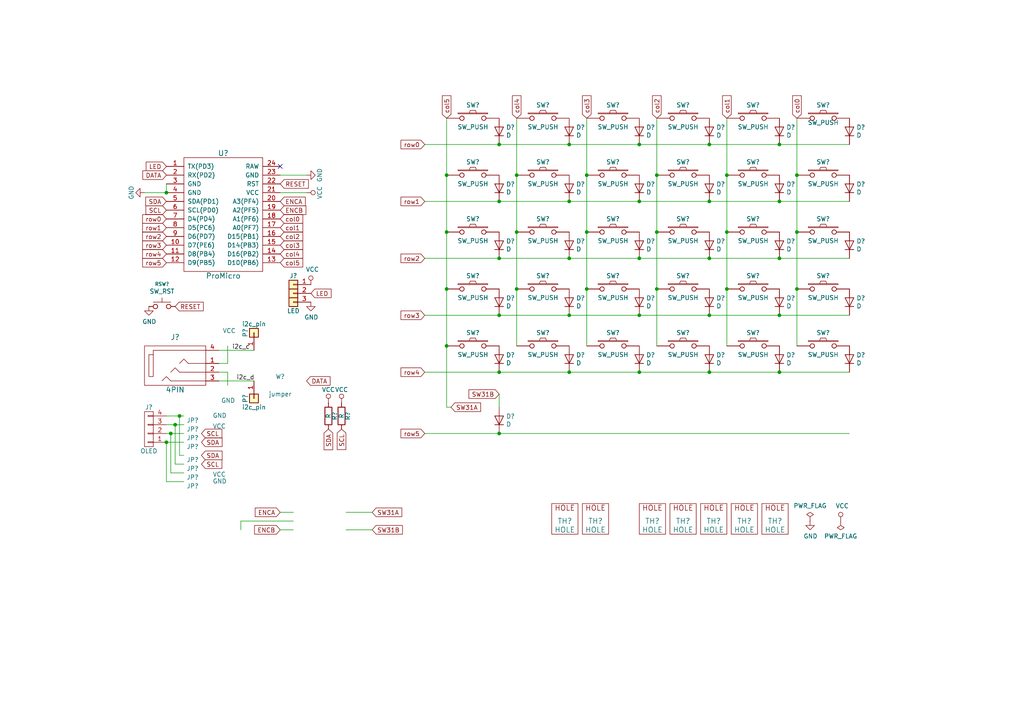
<source format=kicad_sch>
(kicad_sch (version 20210126) (generator eeschema)
  (paper "A4")
  (lib_symbols
    (symbol "SofleKeyboard-rescue:D-Lily58-cache-Lily58_Pro-rescue" (pin_numbers hide) (pin_names (offset 1.016) hide)
      (property "Reference" "D" (at 0 2.54 0))
      (property "Value" "D-Lily58-cache-Lily58_Pro-rescue" (at 0 -2.54 0))
      (symbol "D-Lily58-cache-Lily58_Pro-rescue_0_1"
        (polyline (pts (xy -1.27 1.27) (xy -1.27 -1.27)) (stroke (width 0.2032)))
        (polyline (pts (xy 1.27 0) (xy -1.27 0)))
        (polyline (pts (xy 1.27 1.27) (xy 1.27 -1.27) (xy -1.27 0) (xy 1.27 1.27)) (stroke (width 0.2032)))
      )
      (symbol "D-Lily58-cache-Lily58_Pro-rescue_1_1"
        (pin passive line (at -3.81 0 0) (length 2.54) (name "K") (number "1"))
        (pin passive line (at 3.81 0 180) (length 2.54) (name "A") (number "2"))
      )
    )
    (symbol "SofleKeyboard-rescue:GND-Lily58-cache-Lily58_Pro-rescue" (power) (pin_names (offset 0))
      (property "Value" "GND-Lily58-cache-Lily58_Pro-rescue" (at 0 -3.81 0))
      (symbol "GND-Lily58-cache-Lily58_Pro-rescue_1_1"
        (polyline (pts (xy 0 0) (xy 0 -1.27) (xy 1.27 -1.27) (xy 0 -2.54) (xy -1.27 -1.27) (xy 0 -1.27)))
        (pin power_in line (at 0 0 0) (length 0) hide (name "GND") (number "1"))
      )
    )
    (symbol "SofleKeyboard-rescue:HOLE-Lily58-cache-Lily58_Pro-rescue" (pin_names (offset 1.016))
      (property "Reference" "U" (at 0 0 0))
      (property "Value" "HOLE-Lily58-cache-Lily58_Pro-rescue" (at 0 -5.08 0))
      (symbol "HOLE-Lily58-cache-Lily58_Pro-rescue_0_0"
        (text "HOLE" (at 0 3.81 0) (effects (font (size 1.524 1.524))))
      )
      (symbol "HOLE-Lily58-cache-Lily58_Pro-rescue_0_1"
        (rectangle (start 3.81 5.08) (end -3.81 -3.81))
      )
    )
    (symbol "SofleKeyboard-rescue:LED-Lily58-cache-Lily58_Pro-rescue" (pin_names (offset 1.016) hide)
      (property "Reference" "J" (at 0 5.08 0))
      (property "Value" "LED-Lily58-cache-Lily58_Pro-rescue" (at 0 -5.08 0))
      (symbol "LED-Lily58-cache-Lily58_Pro-rescue_1_1"
        (rectangle (start -1.27 3.81) (end 1.27 -3.81) (stroke (width 0.254)) (fill (type background)))
        (rectangle (start 0 -2.413) (end 1.27 -2.667) (stroke (width 0.1524)))
        (rectangle (start 0 0.127) (end 1.27 -0.127) (stroke (width 0.1524)))
        (rectangle (start 0 2.667) (end 1.27 2.413) (stroke (width 0.1524)))
        (polyline (pts (xy -1.27 -1.27) (xy 1.27 -1.27)) (stroke (width 0.254)))
        (polyline (pts (xy -1.27 1.27) (xy 1.27 1.27)) (stroke (width 0.254)))
        (pin passive line (at 5.08 2.54 180) (length 3.81) (name "Pin_1") (number "1"))
        (pin passive line (at 5.08 0 180) (length 3.81) (name "Pin_2") (number "2"))
        (pin passive line (at 5.08 -2.54 180) (length 3.81) (name "Pin_3") (number "3"))
      )
    )
    (symbol "SofleKeyboard-rescue:MJ-4PP-9-Lily58-cache-Lily58_Pro-rescue" (pin_names (offset 1.016))
      (property "Reference" "J" (at -8.89 -7.62 0))
      (property "Value" "MJ-4PP-9-Lily58-cache-Lily58_Pro-rescue" (at -3.81 6.35 0))
      (symbol "MJ-4PP-9-Lily58-cache-Lily58_Pro-rescue_0_1"
        (rectangle (start -7.62 2.54) (end -8.89 -3.81))
        (rectangle (start 7.62 -6.35) (end -10.16 5.08))
        (polyline (pts (xy 2.54 0) (xy 7.62 0)))
        (polyline (pts (xy -2.54 -5.08) (xy 7.62 -5.08) (xy 7.62 -5.08)))
        (polyline (pts (xy 0 -2.54) (xy -1.27 -1.27) (xy -2.54 -2.54)))
        (polyline (pts (xy 0 0) (xy 1.27 1.27) (xy 2.54 0)))
        (polyline (pts (xy 7.62 3.81) (xy -7.62 3.81) (xy -7.62 2.54)))
        (polyline (pts (xy -2.54 -5.08) (xy -3.81 -3.81) (xy -5.08 -5.08) (xy -5.08 -5.08)))
        (polyline (pts (xy 0 -2.54) (xy 7.62 -2.54) (xy 7.62 -2.54) (xy 7.62 -2.54)))
      )
      (symbol "MJ-4PP-9-Lily58-cache-Lily58_Pro-rescue_1_1"
        (pin passive line (at 11.43 0 180) (length 3.81) (name "~") (number "1"))
        (pin passive line (at 11.43 -2.54 180) (length 3.81) (name "~") (number "2"))
        (pin passive line (at 11.43 -5.08 180) (length 3.81) (name "~") (number "3"))
        (pin passive line (at 11.43 3.81 180) (length 3.81) (name "~") (number "4"))
      )
    )
    (symbol "SofleKeyboard-rescue:OLED-Lily58-cache-Lily58_Pro-rescue" (pin_names (offset 1.016) hide)
      (property "Reference" "J" (at 0 6.35 0))
      (property "Value" "OLED-Lily58-cache-Lily58_Pro-rescue" (at 2.54 0 90))
      (symbol "OLED-Lily58-cache-Lily58_Pro-rescue_0_1"
        (rectangle (start -1.27 -3.683) (end 0.254 -3.937))
        (rectangle (start -1.27 -1.143) (end 0.254 -1.397))
        (rectangle (start -1.27 1.397) (end 0.254 1.143))
        (rectangle (start -1.27 3.937) (end 0.254 3.683))
        (rectangle (start -1.27 5.08) (end 1.27 -5.08))
      )
      (symbol "OLED-Lily58-cache-Lily58_Pro-rescue_1_1"
        (pin passive line (at -5.08 3.81 0) (length 3.81) (name "P1") (number "1"))
        (pin passive line (at -5.08 1.27 0) (length 3.81) (name "P2") (number "2"))
        (pin passive line (at -5.08 -1.27 0) (length 3.81) (name "P3") (number "3"))
        (pin passive line (at -5.08 -3.81 0) (length 3.81) (name "P4") (number "4"))
      )
    )
    (symbol "SofleKeyboard-rescue:PWR_FLAG-Lily58-cache-Lily58_Pro-rescue" (power) (pin_numbers hide) (pin_names (offset 0) hide)
      (property "Value" "PWR_FLAG-Lily58-cache-Lily58_Pro-rescue" (at 0 3.81 0))
      (symbol "PWR_FLAG-Lily58-cache-Lily58_Pro-rescue_0_0"
        (pin power_out line (at 0 0 90) (length 0) (name "pwr") (number "1"))
      )
      (symbol "PWR_FLAG-Lily58-cache-Lily58_Pro-rescue_0_1"
        (polyline (pts (xy 0 0) (xy 0 1.27) (xy -1.016 1.905) (xy 0 2.54) (xy 1.016 1.905) (xy 0 1.27)))
      )
    )
    (symbol "SofleKeyboard-rescue:ProMicro_2-Lily58-cache-Lily58_Pro-rescue" (pin_names (offset 1.016))
      (property "Reference" "U" (at 0 17.78 0))
      (property "Value" "ProMicro_2-Lily58-cache-Lily58_Pro-rescue" (at 0 -17.78 0))
      (symbol "ProMicro_2-Lily58-cache-Lily58_Pro-rescue_0_1"
        (rectangle (start -11.43 16.51) (end 11.43 -16.51))
      )
      (symbol "ProMicro_2-Lily58-cache-Lily58_Pro-rescue_1_1"
        (pin input line (at -16.51 13.97 0) (length 5.08) (name "TX(PD3)") (number "1"))
        (pin input line (at -16.51 -8.89 0) (length 5.08) (name "D7(PE6)") (number "10"))
        (pin input line (at -16.51 -11.43 0) (length 5.08) (name "D8(PB4)") (number "11"))
        (pin input line (at -16.51 -13.97 0) (length 5.08) (name "D9(PB5)") (number "12"))
        (pin input line (at 16.51 -13.97 180) (length 5.08) (name "D10(PB6)") (number "13"))
        (pin input line (at 16.51 -11.43 180) (length 5.08) (name "D16(PB2)") (number "14"))
        (pin input line (at 16.51 -8.89 180) (length 5.08) (name "D14(PB3)") (number "15"))
        (pin input line (at 16.51 -6.35 180) (length 5.08) (name "D15(PB1)") (number "16"))
        (pin input line (at 16.51 -3.81 180) (length 5.08) (name "A0(PF7)") (number "17"))
        (pin input line (at 16.51 -1.27 180) (length 5.08) (name "A1(PF6)") (number "18"))
        (pin input line (at 16.51 1.27 180) (length 5.08) (name "A2(PF5)") (number "19"))
        (pin input line (at -16.51 11.43 0) (length 5.08) (name "RX(PD2)") (number "2"))
        (pin input line (at 16.51 3.81 180) (length 5.08) (name "A3(PF4)") (number "20"))
        (pin input line (at 16.51 6.35 180) (length 5.08) (name "VCC") (number "21"))
        (pin input line (at 16.51 8.89 180) (length 5.08) (name "RST") (number "22"))
        (pin input line (at 16.51 11.43 180) (length 5.08) (name "GND") (number "23"))
        (pin input line (at 16.51 13.97 180) (length 5.08) (name "RAW") (number "24"))
        (pin input line (at -16.51 8.89 0) (length 5.08) (name "GND") (number "3"))
        (pin input line (at -16.51 6.35 0) (length 5.08) (name "GND") (number "4"))
        (pin input line (at -16.51 3.81 0) (length 5.08) (name "SDA(PD1)") (number "5"))
        (pin input line (at -16.51 1.27 0) (length 5.08) (name "SCL(PD0)") (number "6"))
        (pin input line (at -16.51 -1.27 0) (length 5.08) (name "D4(PD4)") (number "7"))
        (pin input line (at -16.51 -3.81 0) (length 5.08) (name "D5(PC6)") (number "8"))
        (pin input line (at -16.51 -6.35 0) (length 5.08) (name "D6(PD7)") (number "9"))
      )
    )
    (symbol "SofleKeyboard-rescue:R-Lily58-cache-Lily58_Pro-rescue" (pin_numbers hide) (pin_names (offset 0))
      (property "Reference" "R" (at 0 0 90))
      (property "Value" "R-Lily58-cache-Lily58_Pro-rescue" (at -2.54 0 90))
      (symbol "R-Lily58-cache-Lily58_Pro-rescue_0_1"
        (rectangle (start -1.016 -2.54) (end 1.016 2.54) (stroke (width 0.254)))
      )
      (symbol "R-Lily58-cache-Lily58_Pro-rescue_1_1"
        (pin passive line (at 0 3.81 270) (length 1.27) (name "~") (number "1"))
        (pin passive line (at 0 -3.81 90) (length 1.27) (name "~") (number "2"))
      )
    )
    (symbol "SofleKeyboard-rescue:SW_PUSH-Lily58-cache-Lily58_Pro-rescue" (pin_numbers hide) (pin_names (offset 1.016) hide)
      (property "Reference" "SW" (at 3.81 2.794 0))
      (property "Value" "SW_PUSH-Lily58-cache-Lily58_Pro-rescue" (at 0 -2.032 0))
      (symbol "SW_PUSH-Lily58-cache-Lily58_Pro-rescue_0_1"
        (rectangle (start -4.318 1.27) (end 4.318 1.524))
        (polyline (pts (xy -1.016 1.524) (xy -0.762 2.286) (xy 0.762 2.286) (xy 1.016 1.524)))
        (pin passive inverted (at -7.62 0 0) (length 5.08) (name "1") (number "1"))
        (pin passive inverted (at 7.62 0 180) (length 5.08) (name "2") (number "2"))
      )
    )
    (symbol "SofleKeyboard-rescue:SW_RST-Lily58-cache-Lily58_Pro-rescue" (pin_numbers hide) (pin_names (offset 1.016) hide)
      (property "Reference" "RSW" (at 2.54 2.54 0))
      (property "Value" "SW_RST-Lily58-cache-Lily58_Pro-rescue" (at 0 -2.54 0))
      (symbol "SW_RST-Lily58-cache-Lily58_Pro-rescue_0_1"
        (polyline (pts (xy -2.54 1.27) (xy 2.54 1.27)))
        (polyline (pts (xy 0 2.54) (xy 0 1.27)))
        (pin passive inverted (at -3.81 0 0) (length 2.54) (name "1") (number "1"))
        (pin passive inverted (at 3.81 0 180) (length 2.54) (name "2") (number "2"))
      )
    )
    (symbol "SofleKeyboard-rescue:VCC-Lily58-cache-Lily58_Pro-rescue" (power) (pin_names (offset 0))
      (property "Value" "VCC-Lily58-cache-Lily58_Pro-rescue" (at 0 3.81 0))
      (symbol "VCC-Lily58-cache-Lily58_Pro-rescue_0_1"
        (circle (center 0 1.905) (radius 0.635))
        (polyline (pts (xy 0 0) (xy 0 1.27)))
      )
      (symbol "VCC-Lily58-cache-Lily58_Pro-rescue_1_1"
        (pin power_in line (at 0 0 90) (length 0) hide (name "VCC") (number "1"))
      )
    )
    (symbol "SofleKeyboard-rescue:i2c_pin-Lily58-cache-Lily58_Pro-rescue" (pin_names (offset 1.016) hide)
      (property "Reference" "J" (at 0 2.54 0))
      (property "Value" "i2c_pin-Lily58-cache-Lily58_Pro-rescue" (at 0 -2.54 0))
      (symbol "i2c_pin-Lily58-cache-Lily58_Pro-rescue_1_1"
        (rectangle (start -1.27 0.127) (end 0 -0.127) (stroke (width 0.1524)))
        (rectangle (start -1.27 1.27) (end 1.27 -1.27) (stroke (width 0.254)) (fill (type background)))
        (pin passive line (at -5.08 0 0) (length 3.81) (name "Pin_1") (number "1"))
      )
    )
  )
  (junction (at 48.26 55.88) (diameter 0.9144))
  (junction (at 48.26 128.27) (diameter 0.9144))
  (junction (at 49.53 125.73) (diameter 0.9144))
  (junction (at 50.8 123.19) (diameter 0.9144))
  (junction (at 52.07 120.65) (diameter 0.9144))
  (junction (at 129.54 50.8) (diameter 0.9144))
  (junction (at 129.54 67.31) (diameter 0.9144))
  (junction (at 129.54 83.82) (diameter 0.9144))
  (junction (at 129.54 100.33) (diameter 0.9144))
  (junction (at 144.78 41.91) (diameter 0.9144))
  (junction (at 144.78 58.42) (diameter 0.9144))
  (junction (at 144.78 74.93) (diameter 0.9144))
  (junction (at 144.78 91.44) (diameter 0.9144))
  (junction (at 144.78 107.95) (diameter 0.9144))
  (junction (at 144.78 125.73) (diameter 0.9144))
  (junction (at 149.86 50.8) (diameter 0.9144))
  (junction (at 149.86 67.31) (diameter 0.9144))
  (junction (at 149.86 83.82) (diameter 0.9144))
  (junction (at 165.1 41.91) (diameter 0.9144))
  (junction (at 165.1 58.42) (diameter 0.9144))
  (junction (at 165.1 74.93) (diameter 0.9144))
  (junction (at 165.1 91.44) (diameter 0.9144))
  (junction (at 165.1 107.95) (diameter 0.9144))
  (junction (at 170.18 50.8) (diameter 0.9144))
  (junction (at 170.18 67.31) (diameter 0.9144))
  (junction (at 170.18 83.82) (diameter 0.9144))
  (junction (at 185.42 41.91) (diameter 0.9144))
  (junction (at 185.42 58.42) (diameter 0.9144))
  (junction (at 185.42 74.93) (diameter 0.9144))
  (junction (at 185.42 91.44) (diameter 0.9144))
  (junction (at 185.42 107.95) (diameter 0.9144))
  (junction (at 190.5 50.8) (diameter 0.9144))
  (junction (at 190.5 67.31) (diameter 0.9144))
  (junction (at 190.5 83.82) (diameter 0.9144))
  (junction (at 205.74 41.91) (diameter 0.9144))
  (junction (at 205.74 58.42) (diameter 0.9144))
  (junction (at 205.74 74.93) (diameter 0.9144))
  (junction (at 205.74 91.44) (diameter 0.9144))
  (junction (at 205.74 107.95) (diameter 0.9144))
  (junction (at 210.82 50.8) (diameter 0.9144))
  (junction (at 210.82 67.31) (diameter 0.9144))
  (junction (at 210.82 83.82) (diameter 0.9144))
  (junction (at 226.06 41.91) (diameter 0.9144))
  (junction (at 226.06 58.42) (diameter 0.9144))
  (junction (at 226.06 74.93) (diameter 0.9144))
  (junction (at 226.06 91.44) (diameter 0.9144))
  (junction (at 226.06 107.95) (diameter 0.9144))
  (junction (at 231.14 50.8) (diameter 0.9144))
  (junction (at 231.14 67.31) (diameter 0.9144))
  (junction (at 231.14 83.82) (diameter 0.9144))
  (no_connect (at 81.28 48.26))
  (wire (pts (xy 48.26 53.34) (xy 48.26 55.88)))
  (wire (pts (xy 48.26 55.88) (xy 41.91 55.88)))
  (wire (pts (xy 48.26 120.65) (xy 52.07 120.65)))
  (wire (pts (xy 48.26 123.19) (xy 50.8 123.19)))
  (wire (pts (xy 48.26 125.73) (xy 49.53 125.73)))
  (wire (pts (xy 48.26 128.27) (xy 48.26 139.7)))
  (wire (pts (xy 48.26 139.7) (xy 53.34 139.7)))
  (wire (pts (xy 49.53 125.73) (xy 49.53 137.16)))
  (wire (pts (xy 49.53 125.73) (xy 53.34 125.73)))
  (wire (pts (xy 49.53 137.16) (xy 53.34 137.16)))
  (wire (pts (xy 50.8 123.19) (xy 50.8 134.62)))
  (wire (pts (xy 50.8 123.19) (xy 53.34 123.19)))
  (wire (pts (xy 50.8 134.62) (xy 53.34 134.62)))
  (wire (pts (xy 52.07 120.65) (xy 52.07 132.08)))
  (wire (pts (xy 52.07 120.65) (xy 53.34 120.65)))
  (wire (pts (xy 52.07 132.08) (xy 53.34 132.08)))
  (wire (pts (xy 53.34 128.27) (xy 48.26 128.27)))
  (wire (pts (xy 63.5 101.6) (xy 73.66 101.6)))
  (wire (pts (xy 63.5 107.95) (xy 66.04 107.95)))
  (wire (pts (xy 63.5 110.49) (xy 73.66 110.49)))
  (wire (pts (xy 66.04 100.33) (xy 66.04 105.41)))
  (wire (pts (xy 66.04 105.41) (xy 63.5 105.41)))
  (wire (pts (xy 66.04 107.95) (xy 66.04 111.76)))
  (wire (pts (xy 69.85 151.13) (xy 69.85 153.67)))
  (wire (pts (xy 81.28 50.8) (xy 88.9 50.8)))
  (wire (pts (xy 81.28 55.88) (xy 88.9 55.88)))
  (wire (pts (xy 81.28 148.59) (xy 85.09 148.59)))
  (wire (pts (xy 81.28 153.67) (xy 85.09 153.67)))
  (wire (pts (xy 85.09 151.13) (xy 69.85 151.13)))
  (wire (pts (xy 100.33 148.59) (xy 107.95 148.59)))
  (wire (pts (xy 100.33 153.67) (xy 107.95 153.67)))
  (wire (pts (xy 123.19 107.95) (xy 144.78 107.95)))
  (wire (pts (xy 123.19 125.73) (xy 144.78 125.73)))
  (wire (pts (xy 129.54 34.29) (xy 129.54 50.8)))
  (wire (pts (xy 129.54 50.8) (xy 129.54 67.31)))
  (wire (pts (xy 129.54 67.31) (xy 129.54 83.82)))
  (wire (pts (xy 129.54 83.82) (xy 129.54 100.33)))
  (wire (pts (xy 129.54 100.33) (xy 129.54 118.11)))
  (wire (pts (xy 129.54 118.11) (xy 130.81 118.11)))
  (wire (pts (xy 144.78 41.91) (xy 123.19 41.91)))
  (wire (pts (xy 144.78 58.42) (xy 123.19 58.42)))
  (wire (pts (xy 144.78 74.93) (xy 123.19 74.93)))
  (wire (pts (xy 144.78 91.44) (xy 123.19 91.44)))
  (wire (pts (xy 144.78 107.95) (xy 165.1 107.95)))
  (wire (pts (xy 144.78 114.3) (xy 144.78 118.11)))
  (wire (pts (xy 144.78 125.73) (xy 246.38 125.73)))
  (wire (pts (xy 149.86 34.29) (xy 149.86 50.8)))
  (wire (pts (xy 149.86 50.8) (xy 149.86 67.31)))
  (wire (pts (xy 149.86 67.31) (xy 149.86 83.82)))
  (wire (pts (xy 149.86 83.82) (xy 149.86 100.33)))
  (wire (pts (xy 165.1 41.91) (xy 144.78 41.91)))
  (wire (pts (xy 165.1 41.91) (xy 185.42 41.91)))
  (wire (pts (xy 165.1 58.42) (xy 144.78 58.42)))
  (wire (pts (xy 165.1 58.42) (xy 185.42 58.42)))
  (wire (pts (xy 165.1 74.93) (xy 144.78 74.93)))
  (wire (pts (xy 165.1 74.93) (xy 185.42 74.93)))
  (wire (pts (xy 165.1 91.44) (xy 144.78 91.44)))
  (wire (pts (xy 165.1 91.44) (xy 185.42 91.44)))
  (wire (pts (xy 165.1 107.95) (xy 185.42 107.95)))
  (wire (pts (xy 170.18 34.29) (xy 170.18 50.8)))
  (wire (pts (xy 170.18 50.8) (xy 170.18 67.31)))
  (wire (pts (xy 170.18 67.31) (xy 170.18 83.82)))
  (wire (pts (xy 170.18 83.82) (xy 170.18 100.33)))
  (wire (pts (xy 185.42 41.91) (xy 205.74 41.91)))
  (wire (pts (xy 185.42 58.42) (xy 205.74 58.42)))
  (wire (pts (xy 185.42 74.93) (xy 205.74 74.93)))
  (wire (pts (xy 185.42 91.44) (xy 205.74 91.44)))
  (wire (pts (xy 185.42 107.95) (xy 205.74 107.95)))
  (wire (pts (xy 190.5 34.29) (xy 190.5 50.8)))
  (wire (pts (xy 190.5 50.8) (xy 190.5 67.31)))
  (wire (pts (xy 190.5 67.31) (xy 190.5 83.82)))
  (wire (pts (xy 190.5 83.82) (xy 190.5 100.33)))
  (wire (pts (xy 205.74 58.42) (xy 226.06 58.42)))
  (wire (pts (xy 205.74 74.93) (xy 226.06 74.93)))
  (wire (pts (xy 205.74 91.44) (xy 226.06 91.44)))
  (wire (pts (xy 205.74 107.95) (xy 226.06 107.95)))
  (wire (pts (xy 210.82 34.29) (xy 210.82 50.8)))
  (wire (pts (xy 210.82 50.8) (xy 210.82 67.31)))
  (wire (pts (xy 210.82 83.82) (xy 210.82 67.31)))
  (wire (pts (xy 210.82 83.82) (xy 210.82 100.33)))
  (wire (pts (xy 226.06 41.91) (xy 205.74 41.91)))
  (wire (pts (xy 226.06 41.91) (xy 246.38 41.91)))
  (wire (pts (xy 226.06 58.42) (xy 246.38 58.42)))
  (wire (pts (xy 226.06 74.93) (xy 246.38 74.93)))
  (wire (pts (xy 226.06 91.44) (xy 246.38 91.44)))
  (wire (pts (xy 226.06 107.95) (xy 246.38 107.95)))
  (wire (pts (xy 231.14 50.8) (xy 231.14 34.29)))
  (wire (pts (xy 231.14 67.31) (xy 231.14 50.8)))
  (wire (pts (xy 231.14 67.31) (xy 231.14 83.82)))
  (wire (pts (xy 231.14 83.82) (xy 231.14 100.33)))
  (label "i2c_c" (at 67.31 101.6 0))
  (label "i2c_d" (at 68.58 110.49 0))
  (global_label "LED" (shape input) (at 48.26 48.26 180) (property "Intersheet References" "${INTERSHEET_REFS}" (effects hide)))
  (global_label "DATA" (shape input) (at 48.26 50.8 180) (property "Intersheet References" "${INTERSHEET_REFS}" (effects hide)))
  (global_label "SDA" (shape input) (at 48.26 58.42 180) (property "Intersheet References" "${INTERSHEET_REFS}" (effects hide)))
  (global_label "SCL" (shape input) (at 48.26 60.96 180) (property "Intersheet References" "${INTERSHEET_REFS}" (effects hide)))
  (global_label "row0" (shape input) (at 48.26 63.5 180) (property "Intersheet References" "${INTERSHEET_REFS}" (effects hide)))
  (global_label "row1" (shape input) (at 48.26 66.04 180) (property "Intersheet References" "${INTERSHEET_REFS}" (effects hide)))
  (global_label "row2" (shape input) (at 48.26 68.58 180) (property "Intersheet References" "${INTERSHEET_REFS}" (effects hide)))
  (global_label "row3" (shape input) (at 48.26 71.12 180) (property "Intersheet References" "${INTERSHEET_REFS}" (effects hide)))
  (global_label "row4" (shape input) (at 48.26 73.66 180) (property "Intersheet References" "${INTERSHEET_REFS}" (effects hide)))
  (global_label "row5" (shape input) (at 48.26 76.2 180) (property "Intersheet References" "${INTERSHEET_REFS}" (effects hide)))
  (global_label "RESET" (shape input) (at 50.8 88.9 0) (property "Intersheet References" "${INTERSHEET_REFS}" (effects hide)))
  (global_label "SCL" (shape input) (at 58.42 125.73 0) (property "Intersheet References" "${INTERSHEET_REFS}" (effects hide)))
  (global_label "SDA" (shape input) (at 58.42 128.27 0) (property "Intersheet References" "${INTERSHEET_REFS}" (effects hide)))
  (global_label "SDA" (shape input) (at 58.42 132.08 0) (property "Intersheet References" "${INTERSHEET_REFS}" (effects hide)))
  (global_label "SCL" (shape input) (at 58.42 134.62 0) (property "Intersheet References" "${INTERSHEET_REFS}" (effects hide)))
  (global_label "RESET" (shape input) (at 81.28 53.34 0) (property "Intersheet References" "${INTERSHEET_REFS}" (effects hide)))
  (global_label "ENCA" (shape input) (at 81.28 58.42 0) (property "Intersheet References" "${INTERSHEET_REFS}" (effects hide)))
  (global_label "ENCB" (shape input) (at 81.28 60.96 0) (property "Intersheet References" "${INTERSHEET_REFS}" (effects hide)))
  (global_label "col0" (shape input) (at 81.28 63.5 0) (property "Intersheet References" "${INTERSHEET_REFS}" (effects hide)))
  (global_label "col1" (shape input) (at 81.28 66.04 0) (property "Intersheet References" "${INTERSHEET_REFS}" (effects hide)))
  (global_label "col2" (shape input) (at 81.28 68.58 0) (property "Intersheet References" "${INTERSHEET_REFS}" (effects hide)))
  (global_label "col3" (shape input) (at 81.28 71.12 0) (property "Intersheet References" "${INTERSHEET_REFS}" (effects hide)))
  (global_label "col4" (shape input) (at 81.28 73.66 0) (property "Intersheet References" "${INTERSHEET_REFS}" (effects hide)))
  (global_label "col5" (shape input) (at 81.28 76.2 0) (property "Intersheet References" "${INTERSHEET_REFS}" (effects hide)))
  (global_label "ENCA" (shape input) (at 81.28 148.59 180) (property "Intersheet References" "${INTERSHEET_REFS}" (effects hide)))
  (global_label "ENCB" (shape input) (at 81.28 153.67 180) (property "Intersheet References" "${INTERSHEET_REFS}" (effects hide)))
  (global_label "DATA" (shape input) (at 88.9 110.49 0) (property "Intersheet References" "${INTERSHEET_REFS}" (effects hide)))
  (global_label "LED" (shape input) (at 90.17 85.09 0) (property "Intersheet References" "${INTERSHEET_REFS}" (effects hide)))
  (global_label "SDA" (shape input) (at 95.25 124.46 270) (property "Intersheet References" "${INTERSHEET_REFS}" (effects hide)))
  (global_label "SCL" (shape input) (at 99.06 124.46 270) (property "Intersheet References" "${INTERSHEET_REFS}" (effects hide)))
  (global_label "SW31A" (shape input) (at 107.95 148.59 0) (property "Intersheet References" "${INTERSHEET_REFS}" (effects hide)))
  (global_label "SW31B" (shape input) (at 107.95 153.67 0) (property "Intersheet References" "${INTERSHEET_REFS}" (effects hide)))
  (global_label "row0" (shape input) (at 123.19 41.91 180) (property "Intersheet References" "${INTERSHEET_REFS}" (effects hide)))
  (global_label "row1" (shape input) (at 123.19 58.42 180) (property "Intersheet References" "${INTERSHEET_REFS}" (effects hide)))
  (global_label "row2" (shape input) (at 123.19 74.93 180) (property "Intersheet References" "${INTERSHEET_REFS}" (effects hide)))
  (global_label "row3" (shape input) (at 123.19 91.44 180) (property "Intersheet References" "${INTERSHEET_REFS}" (effects hide)))
  (global_label "row4" (shape input) (at 123.19 107.95 180) (property "Intersheet References" "${INTERSHEET_REFS}" (effects hide)))
  (global_label "row5" (shape input) (at 123.19 125.73 180) (property "Intersheet References" "${INTERSHEET_REFS}" (effects hide)))
  (global_label "col5" (shape input) (at 129.54 34.29 90) (property "Intersheet References" "${INTERSHEET_REFS}" (effects hide)))
  (global_label "SW31A" (shape input) (at 130.81 118.11 0) (property "Intersheet References" "${INTERSHEET_REFS}" (effects hide)))
  (global_label "SW31B" (shape input) (at 144.78 114.3 180) (property "Intersheet References" "${INTERSHEET_REFS}" (effects hide)))
  (global_label "col4" (shape input) (at 149.86 34.29 90) (property "Intersheet References" "${INTERSHEET_REFS}" (effects hide)))
  (global_label "col3" (shape input) (at 170.18 34.29 90) (property "Intersheet References" "${INTERSHEET_REFS}" (effects hide)))
  (global_label "col2" (shape input) (at 190.5 34.29 90) (property "Intersheet References" "${INTERSHEET_REFS}" (effects hide)))
  (global_label "col1" (shape input) (at 210.82 34.29 90) (property "Intersheet References" "${INTERSHEET_REFS}" (effects hide)))
  (global_label "col0" (shape input) (at 231.14 34.29 90) (property "Intersheet References" "${INTERSHEET_REFS}" (effects hide)))
  (symbol (lib_id "SofleKeyboard-rescue:PWR_FLAG-Lily58-cache-Lily58_Pro-rescue") (at 234.95 151.13 0) (unit 1)
    (property "Reference" "#FLG?" (effects hide))
    (property "Value" "PWR_FLAG" (at 234.95 146.7104 0))
  )
  (symbol (lib_id "SofleKeyboard-rescue:PWR_FLAG-Lily58-cache-Lily58_Pro-rescue") (at 243.84 151.13 180) (unit 1)
    (property "Reference" "#FLG?" (effects hide))
    (property "Value" "PWR_FLAG" (at 243.84 155.5242 0))
  )
  (symbol (lib_id "SofleKeyboard-rescue:VCC-Lily58-cache-Lily58_Pro-rescue") (at 88.9 55.88 270) (unit 1)
    (property "Reference" "#PWR?" (effects hide))
    (property "Value" "VCC" (at 92.71 55.88 0))
  )
  (symbol (lib_id "SofleKeyboard-rescue:VCC-Lily58-cache-Lily58_Pro-rescue") (at 90.17 82.55 0) (unit 1)
    (property "Reference" "#PWR?" (effects hide))
    (property "Value" "VCC" (at 90.6018 78.1558 0))
  )
  (symbol (lib_id "SofleKeyboard-rescue:VCC-Lily58-cache-Lily58_Pro-rescue") (at 95.25 116.84 0) (unit 1)
    (property "Reference" "#PWR?" (effects hide))
    (property "Value" "VCC" (at 95.25 113.03 0))
  )
  (symbol (lib_id "SofleKeyboard-rescue:VCC-Lily58-cache-Lily58_Pro-rescue") (at 99.06 116.84 0) (unit 1)
    (property "Reference" "#PWR?" (effects hide))
    (property "Value" "VCC" (at 99.06 113.03 0))
  )
  (symbol (lib_id "SofleKeyboard-rescue:VCC-Lily58-cache-Lily58_Pro-rescue") (at 243.84 151.13 0) (unit 1)
    (property "Reference" "#PWR?" (effects hide))
    (property "Value" "VCC" (at 244.2718 146.7358 0))
  )
  (symbol (lib_id "SofleKeyboard-rescue:GND-Lily58-cache-Lily58_Pro-rescue") (at 41.91 55.88 270) (unit 1)
    (property "Reference" "#PWR?" (effects hide))
    (property "Value" "GND" (at 38.1 55.88 0))
  )
  (symbol (lib_id "SofleKeyboard-rescue:GND-Lily58-cache-Lily58_Pro-rescue") (at 43.18 88.9 0) (unit 1)
    (property "Reference" "#PWR?" (effects hide))
    (property "Value" "GND" (at 43.307 93.2942 0))
  )
  (symbol (lib_id "SofleKeyboard-rescue:GND-Lily58-cache-Lily58_Pro-rescue") (at 88.9 50.8 90) (unit 1)
    (property "Reference" "#PWR?" (effects hide))
    (property "Value" "GND" (at 92.71 50.8 0))
  )
  (symbol (lib_id "SofleKeyboard-rescue:GND-Lily58-cache-Lily58_Pro-rescue") (at 90.17 87.63 0) (unit 1)
    (property "Reference" "#PWR?" (effects hide))
    (property "Value" "GND" (at 90.297 92.0242 0))
  )
  (symbol (lib_id "SofleKeyboard-rescue:GND-Lily58-cache-Lily58_Pro-rescue") (at 234.95 151.13 0) (unit 1)
    (property "Reference" "#PWR?" (effects hide))
    (property "Value" "GND" (at 235.077 155.5242 0))
  )
  (symbol (lib_id "SofleKeyboard-rescue:R-Lily58-cache-Lily58_Pro-rescue") (at 95.25 120.65 0) (unit 1)
    (property "Reference" "R?" (at 97.79 120.65 90) (effects (justify bottom)))
    (property "Value" "R" (at 95.25 120.65 90))
    (property "Footprint" "SofleKeyboard-footprint:RESISTOR_mini" (effects hide))
  )
  (symbol (lib_id "SofleKeyboard-rescue:R-Lily58-cache-Lily58_Pro-rescue") (at 99.06 120.65 0) (unit 1)
    (property "Reference" "R?" (at 101.6 120.65 90) (effects (justify bottom)))
    (property "Value" "R" (at 99.06 120.65 90))
    (property "Footprint" "SofleKeyboard-footprint:RESISTOR_mini" (effects hide))
  )
  (symbol (lib_id "SofleKeyboard-rescue:i2c_pin-Lily58-cache-Lily58_Pro-rescue") (at 73.66 96.52 90) (unit 1)
    (property "Reference" "P?" (at 71.12 96.52 0))
    (property "Value" "i2c_pin" (at 73.66 93.98 90))
    (property "Footprint" "SofleKeyboard-footprint:1pin_conn" (effects hide))
  )
  (symbol (lib_id "SofleKeyboard-rescue:i2c_pin-Lily58-cache-Lily58_Pro-rescue") (at 73.66 115.57 270) (unit 1)
    (property "Reference" "P?" (at 71.12 115.57 0))
    (property "Value" "i2c_pin" (at 73.66 118.11 90))
    (property "Footprint" "SofleKeyboard-footprint:1pin_conn" (effects hide))
  )
  (symbol (lib_id "SofleKeyboard-rescue:D-Lily58-cache-Lily58_Pro-rescue") (at 144.78 38.1 90) (unit 1)
    (property "Reference" "D?" (at 146.7866 36.9316 90) (effects (justify right)))
    (property "Value" "D" (at 146.7866 39.243 90) (effects (justify right)))
    (property "Footprint" "SofleKeyboard-footprint:Diode_SOD123" (effects hide))
  )
  (symbol (lib_id "SofleKeyboard-rescue:D-Lily58-cache-Lily58_Pro-rescue") (at 144.78 54.61 90) (unit 1)
    (property "Reference" "D?" (at 146.7866 53.4416 90) (effects (justify right)))
    (property "Value" "D" (at 146.7866 55.753 90) (effects (justify right)))
    (property "Footprint" "SofleKeyboard-footprint:Diode_SOD123" (effects hide))
  )
  (symbol (lib_id "SofleKeyboard-rescue:D-Lily58-cache-Lily58_Pro-rescue") (at 144.78 71.12 90) (unit 1)
    (property "Reference" "D?" (at 146.7866 69.9516 90) (effects (justify right)))
    (property "Value" "D" (at 146.7866 72.263 90) (effects (justify right)))
    (property "Footprint" "SofleKeyboard-footprint:Diode_SOD123" (effects hide))
  )
  (symbol (lib_id "SofleKeyboard-rescue:D-Lily58-cache-Lily58_Pro-rescue") (at 144.78 87.63 90) (unit 1)
    (property "Reference" "D?" (at 146.7866 86.4616 90) (effects (justify right)))
    (property "Value" "D" (at 146.7866 88.773 90) (effects (justify right)))
    (property "Footprint" "SofleKeyboard-footprint:Diode_SOD123" (effects hide))
  )
  (symbol (lib_id "SofleKeyboard-rescue:D-Lily58-cache-Lily58_Pro-rescue") (at 144.78 104.14 90) (unit 1)
    (property "Reference" "D?" (at 146.7866 102.9716 90) (effects (justify right)))
    (property "Value" "D" (at 146.7866 105.283 90) (effects (justify right)))
    (property "Footprint" "SofleKeyboard-footprint:Diode_SOD123" (effects hide))
  )
  (symbol (lib_id "SofleKeyboard-rescue:D-Lily58-cache-Lily58_Pro-rescue") (at 144.78 121.92 90) (unit 1)
    (property "Reference" "D?" (at 146.7866 120.7516 90) (effects (justify right)))
    (property "Value" "D" (at 146.7866 123.063 90) (effects (justify right)))
    (property "Footprint" "SofleKeyboard-footprint:Diode_SOD123" (effects hide))
  )
  (symbol (lib_id "SofleKeyboard-rescue:D-Lily58-cache-Lily58_Pro-rescue") (at 165.1 38.1 90) (unit 1)
    (property "Reference" "D?" (at 167.1066 36.9316 90) (effects (justify right)))
    (property "Value" "D" (at 167.1066 39.243 90) (effects (justify right)))
    (property "Footprint" "SofleKeyboard-footprint:Diode_SOD123" (effects hide))
  )
  (symbol (lib_id "SofleKeyboard-rescue:D-Lily58-cache-Lily58_Pro-rescue") (at 165.1 54.61 90) (unit 1)
    (property "Reference" "D?" (at 167.1066 53.4416 90) (effects (justify right)))
    (property "Value" "D" (at 167.1066 55.753 90) (effects (justify right)))
    (property "Footprint" "SofleKeyboard-footprint:Diode_SOD123" (effects hide))
  )
  (symbol (lib_id "SofleKeyboard-rescue:D-Lily58-cache-Lily58_Pro-rescue") (at 165.1 71.12 90) (unit 1)
    (property "Reference" "D?" (at 167.1066 69.9516 90) (effects (justify right)))
    (property "Value" "D" (at 167.1066 72.263 90) (effects (justify right)))
    (property "Footprint" "SofleKeyboard-footprint:Diode_SOD123" (effects hide))
  )
  (symbol (lib_id "SofleKeyboard-rescue:D-Lily58-cache-Lily58_Pro-rescue") (at 165.1 87.63 90) (unit 1)
    (property "Reference" "D?" (at 167.1066 86.4616 90) (effects (justify right)))
    (property "Value" "D" (at 167.1066 88.773 90) (effects (justify right)))
    (property "Footprint" "SofleKeyboard-footprint:Diode_SOD123" (effects hide))
  )
  (symbol (lib_id "SofleKeyboard-rescue:D-Lily58-cache-Lily58_Pro-rescue") (at 165.1 104.14 90) (unit 1)
    (property "Reference" "D?" (at 167.1066 102.9716 90) (effects (justify right)))
    (property "Value" "D" (at 167.1066 105.283 90) (effects (justify right)))
    (property "Footprint" "SofleKeyboard-footprint:Diode_SOD123" (effects hide))
  )
  (symbol (lib_id "SofleKeyboard-rescue:D-Lily58-cache-Lily58_Pro-rescue") (at 185.42 38.1 90) (unit 1)
    (property "Reference" "D?" (at 187.4266 36.9316 90) (effects (justify right)))
    (property "Value" "D" (at 187.4266 39.243 90) (effects (justify right)))
    (property "Footprint" "SofleKeyboard-footprint:Diode_SOD123" (effects hide))
  )
  (symbol (lib_id "SofleKeyboard-rescue:D-Lily58-cache-Lily58_Pro-rescue") (at 185.42 54.61 90) (unit 1)
    (property "Reference" "D?" (at 187.4266 53.4416 90) (effects (justify right)))
    (property "Value" "D" (at 187.4266 55.753 90) (effects (justify right)))
    (property "Footprint" "SofleKeyboard-footprint:Diode_SOD123" (effects hide))
  )
  (symbol (lib_id "SofleKeyboard-rescue:D-Lily58-cache-Lily58_Pro-rescue") (at 185.42 71.12 90) (unit 1)
    (property "Reference" "D?" (at 187.4266 69.9516 90) (effects (justify right)))
    (property "Value" "D" (at 187.4266 72.263 90) (effects (justify right)))
    (property "Footprint" "SofleKeyboard-footprint:Diode_SOD123" (effects hide))
  )
  (symbol (lib_id "SofleKeyboard-rescue:D-Lily58-cache-Lily58_Pro-rescue") (at 185.42 87.63 90) (unit 1)
    (property "Reference" "D?" (at 187.4266 86.4616 90) (effects (justify right)))
    (property "Value" "D" (at 187.4266 88.773 90) (effects (justify right)))
    (property "Footprint" "SofleKeyboard-footprint:Diode_SOD123" (effects hide))
  )
  (symbol (lib_id "SofleKeyboard-rescue:D-Lily58-cache-Lily58_Pro-rescue") (at 185.42 104.14 90) (unit 1)
    (property "Reference" "D?" (at 187.4266 102.9716 90) (effects (justify right)))
    (property "Value" "D" (at 187.4266 105.283 90) (effects (justify right)))
    (property "Footprint" "SofleKeyboard-footprint:Diode_SOD123" (effects hide))
  )
  (symbol (lib_id "SofleKeyboard-rescue:D-Lily58-cache-Lily58_Pro-rescue") (at 205.74 38.1 90) (unit 1)
    (property "Reference" "D?" (at 207.7466 36.9316 90) (effects (justify right)))
    (property "Value" "D" (at 207.7466 39.243 90) (effects (justify right)))
    (property "Footprint" "SofleKeyboard-footprint:Diode_SOD123" (effects hide))
  )
  (symbol (lib_id "SofleKeyboard-rescue:D-Lily58-cache-Lily58_Pro-rescue") (at 205.74 54.61 90) (unit 1)
    (property "Reference" "D?" (at 207.7466 53.4416 90) (effects (justify right)))
    (property "Value" "D" (at 207.7466 55.753 90) (effects (justify right)))
    (property "Footprint" "SofleKeyboard-footprint:Diode_SOD123" (effects hide))
  )
  (symbol (lib_id "SofleKeyboard-rescue:D-Lily58-cache-Lily58_Pro-rescue") (at 205.74 71.12 90) (unit 1)
    (property "Reference" "D?" (at 207.7466 69.9516 90) (effects (justify right)))
    (property "Value" "D" (at 207.7466 72.263 90) (effects (justify right)))
    (property "Footprint" "SofleKeyboard-footprint:Diode_SOD123" (effects hide))
  )
  (symbol (lib_id "SofleKeyboard-rescue:D-Lily58-cache-Lily58_Pro-rescue") (at 205.74 87.63 90) (unit 1)
    (property "Reference" "D?" (at 207.7466 86.4616 90) (effects (justify right)))
    (property "Value" "D" (at 207.7466 88.773 90) (effects (justify right)))
    (property "Footprint" "SofleKeyboard-footprint:Diode_SOD123" (effects hide))
  )
  (symbol (lib_id "SofleKeyboard-rescue:D-Lily58-cache-Lily58_Pro-rescue") (at 205.74 104.14 90) (unit 1)
    (property "Reference" "D?" (at 207.7466 102.9716 90) (effects (justify right)))
    (property "Value" "D" (at 207.7466 105.283 90) (effects (justify right)))
    (property "Footprint" "SofleKeyboard-footprint:Diode_SOD123" (effects hide))
  )
  (symbol (lib_id "SofleKeyboard-rescue:D-Lily58-cache-Lily58_Pro-rescue") (at 226.06 38.1 90) (unit 1)
    (property "Reference" "D?" (at 228.0666 36.9316 90) (effects (justify right)))
    (property "Value" "D" (at 228.0666 39.243 90) (effects (justify right)))
    (property "Footprint" "SofleKeyboard-footprint:Diode_SOD123" (effects hide))
  )
  (symbol (lib_id "SofleKeyboard-rescue:D-Lily58-cache-Lily58_Pro-rescue") (at 226.06 54.61 90) (unit 1)
    (property "Reference" "D?" (at 228.0666 53.4416 90) (effects (justify right)))
    (property "Value" "D" (at 228.0666 55.753 90) (effects (justify right)))
    (property "Footprint" "SofleKeyboard-footprint:Diode_SOD123" (effects hide))
  )
  (symbol (lib_id "SofleKeyboard-rescue:D-Lily58-cache-Lily58_Pro-rescue") (at 226.06 71.12 90) (unit 1)
    (property "Reference" "D?" (at 228.0666 69.9516 90) (effects (justify right)))
    (property "Value" "D" (at 228.0666 72.263 90) (effects (justify right)))
    (property "Footprint" "SofleKeyboard-footprint:Diode_SOD123" (effects hide))
  )
  (symbol (lib_id "SofleKeyboard-rescue:D-Lily58-cache-Lily58_Pro-rescue") (at 226.06 87.63 90) (unit 1)
    (property "Reference" "D?" (at 228.0666 86.4616 90) (effects (justify right)))
    (property "Value" "D" (at 228.0666 88.773 90) (effects (justify right)))
    (property "Footprint" "SofleKeyboard-footprint:Diode_SOD123" (effects hide))
  )
  (symbol (lib_id "SofleKeyboard-rescue:D-Lily58-cache-Lily58_Pro-rescue") (at 226.06 104.14 90) (unit 1)
    (property "Reference" "D?" (at 228.0666 102.9716 90) (effects (justify right)))
    (property "Value" "D" (at 228.0666 105.283 90) (effects (justify right)))
    (property "Footprint" "SofleKeyboard-footprint:Diode_SOD123" (effects hide))
  )
  (symbol (lib_id "SofleKeyboard-rescue:D-Lily58-cache-Lily58_Pro-rescue") (at 246.38 38.1 90) (unit 1)
    (property "Reference" "D?" (at 248.3866 36.9316 90) (effects (justify right)))
    (property "Value" "D" (at 248.3866 39.243 90) (effects (justify right)))
    (property "Footprint" "SofleKeyboard-footprint:Diode_SOD123" (effects hide))
  )
  (symbol (lib_id "SofleKeyboard-rescue:D-Lily58-cache-Lily58_Pro-rescue") (at 246.38 54.61 90) (unit 1)
    (property "Reference" "D?" (at 248.3866 53.4416 90) (effects (justify right)))
    (property "Value" "D" (at 248.3866 55.753 90) (effects (justify right)))
    (property "Footprint" "SofleKeyboard-footprint:Diode_SOD123" (effects hide))
  )
  (symbol (lib_id "SofleKeyboard-rescue:D-Lily58-cache-Lily58_Pro-rescue") (at 246.38 71.12 90) (unit 1)
    (property "Reference" "D?" (at 248.3866 69.9516 90) (effects (justify right)))
    (property "Value" "D" (at 248.3866 72.263 90) (effects (justify right)))
    (property "Footprint" "SofleKeyboard-footprint:Diode_SOD123" (effects hide))
  )
  (symbol (lib_id "SofleKeyboard-rescue:D-Lily58-cache-Lily58_Pro-rescue") (at 246.38 87.63 90) (unit 1)
    (property "Reference" "D?" (at 248.3866 86.4616 90) (effects (justify right)))
    (property "Value" "D" (at 248.3866 88.773 90) (effects (justify right)))
    (property "Footprint" "SofleKeyboard-footprint:Diode_SOD123" (effects hide))
  )
  (symbol (lib_id "SofleKeyboard-rescue:D-Lily58-cache-Lily58_Pro-rescue") (at 246.38 104.14 90) (unit 1)
    (property "Reference" "D?" (at 248.3866 102.9716 90) (effects (justify right)))
    (property "Value" "D" (at 248.3866 105.283 90) (effects (justify right)))
    (property "Footprint" "SofleKeyboard-footprint:Diode_SOD123" (effects hide))
  )
  (symbol (lib_id "SofleKeyboard-rescue:SW_RST-Lily58-cache-Lily58_Pro-rescue") (at 46.99 88.9 0) (unit 1)
    (property "Reference" "RSW?" (at 46.99 82.3976 0) (effects (font (size 1.016 1.016))))
    (property "Value" "SW_RST" (at 46.99 84.5058 0))
    (property "Footprint" "SofleKeyboard-footprint:TACT_SWITCH_TVBP06" (effects hide))
  )
  (symbol (lib_id "SofleKeyboard-rescue:SW_PUSH-Lily58-cache-Lily58_Pro-rescue") (at 137.16 34.29 0) (unit 1)
    (property "Reference" "SW?" (at 137.16 30.48 0))
    (property "Value" "SW_PUSH" (at 137.16 36.83 0))
    (property "Footprint" "SofleKeyboard-footprint:CherryMX_KailhLowProfile_Hotswap" (effects hide))
  )
  (symbol (lib_id "SofleKeyboard-rescue:SW_PUSH-Lily58-cache-Lily58_Pro-rescue") (at 137.16 50.8 0) (unit 1)
    (property "Reference" "SW?" (at 137.16 46.99 0))
    (property "Value" "SW_PUSH" (at 137.16 53.34 0))
    (property "Footprint" "SofleKeyboard-footprint:CherryMX_KailhLowProfile_Hotswap" (effects hide))
  )
  (symbol (lib_id "SofleKeyboard-rescue:SW_PUSH-Lily58-cache-Lily58_Pro-rescue") (at 137.16 67.31 0) (unit 1)
    (property "Reference" "SW?" (at 137.16 63.5 0))
    (property "Value" "SW_PUSH" (at 137.16 69.85 0))
    (property "Footprint" "SofleKeyboard-footprint:CherryMX_KailhLowProfile_Hotswap" (effects hide))
  )
  (symbol (lib_id "SofleKeyboard-rescue:SW_PUSH-Lily58-cache-Lily58_Pro-rescue") (at 137.16 83.82 0) (unit 1)
    (property "Reference" "SW?" (at 137.16 80.01 0))
    (property "Value" "SW_PUSH" (at 137.16 86.36 0))
    (property "Footprint" "SofleKeyboard-footprint:CherryMX_KailhLowProfile_Hotswap" (effects hide))
  )
  (symbol (lib_id "SofleKeyboard-rescue:SW_PUSH-Lily58-cache-Lily58_Pro-rescue") (at 137.16 100.33 0) (unit 1)
    (property "Reference" "SW?" (at 137.16 96.52 0))
    (property "Value" "SW_PUSH" (at 137.16 102.87 0))
    (property "Footprint" "SofleKeyboard-footprint:CherryMX_KailhLowProfile_Hotswap_1.5" (effects hide))
  )
  (symbol (lib_id "SofleKeyboard-rescue:SW_PUSH-Lily58-cache-Lily58_Pro-rescue") (at 157.48 34.29 0) (unit 1)
    (property "Reference" "SW?" (at 157.48 30.48 0))
    (property "Value" "SW_PUSH" (at 157.48 36.83 0))
    (property "Footprint" "SofleKeyboard-footprint:CherryMX_KailhLowProfile_Hotswap" (effects hide))
  )
  (symbol (lib_id "SofleKeyboard-rescue:SW_PUSH-Lily58-cache-Lily58_Pro-rescue") (at 157.48 50.8 0) (unit 1)
    (property "Reference" "SW?" (at 157.48 46.99 0))
    (property "Value" "SW_PUSH" (at 157.48 53.34 0))
    (property "Footprint" "SofleKeyboard-footprint:CherryMX_KailhLowProfile_Hotswap" (effects hide))
  )
  (symbol (lib_id "SofleKeyboard-rescue:SW_PUSH-Lily58-cache-Lily58_Pro-rescue") (at 157.48 67.31 0) (unit 1)
    (property "Reference" "SW?" (at 157.48 63.5 0))
    (property "Value" "SW_PUSH" (at 157.48 69.85 0))
    (property "Footprint" "SofleKeyboard-footprint:CherryMX_KailhLowProfile_Hotswap" (effects hide))
  )
  (symbol (lib_id "SofleKeyboard-rescue:SW_PUSH-Lily58-cache-Lily58_Pro-rescue") (at 157.48 83.82 0) (unit 1)
    (property "Reference" "SW?" (at 157.48 80.01 0))
    (property "Value" "SW_PUSH" (at 157.48 86.36 0))
    (property "Footprint" "SofleKeyboard-footprint:CherryMX_KailhLowProfile_Hotswap" (effects hide))
  )
  (symbol (lib_id "SofleKeyboard-rescue:SW_PUSH-Lily58-cache-Lily58_Pro-rescue") (at 157.48 100.33 0) (unit 1)
    (property "Reference" "SW?" (at 157.48 96.52 0))
    (property "Value" "SW_PUSH" (at 157.48 102.87 0))
    (property "Footprint" "SofleKeyboard-footprint:CherryMX_KailhLowProfile_Hotswap_1.5" (effects hide))
  )
  (symbol (lib_id "SofleKeyboard-rescue:SW_PUSH-Lily58-cache-Lily58_Pro-rescue") (at 177.8 34.29 0) (unit 1)
    (property "Reference" "SW?" (at 177.8 30.48 0))
    (property "Value" "SW_PUSH" (at 177.8 36.83 0))
    (property "Footprint" "SofleKeyboard-footprint:CherryMX_KailhLowProfile_Hotswap" (effects hide))
  )
  (symbol (lib_id "SofleKeyboard-rescue:SW_PUSH-Lily58-cache-Lily58_Pro-rescue") (at 177.8 50.8 0) (unit 1)
    (property "Reference" "SW?" (at 177.8 46.99 0))
    (property "Value" "SW_PUSH" (at 177.8 53.34 0))
    (property "Footprint" "SofleKeyboard-footprint:CherryMX_KailhLowProfile_Hotswap" (effects hide))
  )
  (symbol (lib_id "SofleKeyboard-rescue:SW_PUSH-Lily58-cache-Lily58_Pro-rescue") (at 177.8 67.31 0) (unit 1)
    (property "Reference" "SW?" (at 177.8 63.5 0))
    (property "Value" "SW_PUSH" (at 177.8 69.85 0))
    (property "Footprint" "SofleKeyboard-footprint:CherryMX_KailhLowProfile_Hotswap" (effects hide))
  )
  (symbol (lib_id "SofleKeyboard-rescue:SW_PUSH-Lily58-cache-Lily58_Pro-rescue") (at 177.8 83.82 0) (unit 1)
    (property "Reference" "SW?" (at 177.8 80.01 0))
    (property "Value" "SW_PUSH" (at 177.8 86.36 0))
    (property "Footprint" "SofleKeyboard-footprint:CherryMX_KailhLowProfile_Hotswap" (effects hide))
  )
  (symbol (lib_id "SofleKeyboard-rescue:SW_PUSH-Lily58-cache-Lily58_Pro-rescue") (at 177.8 100.33 0) (unit 1)
    (property "Reference" "SW?" (at 177.8 96.52 0))
    (property "Value" "SW_PUSH" (at 177.8 102.87 0))
    (property "Footprint" "SofleKeyboard-footprint:CherryMX_KailhLowProfile_Hotswap" (effects hide))
  )
  (symbol (lib_id "SofleKeyboard-rescue:SW_PUSH-Lily58-cache-Lily58_Pro-rescue") (at 198.12 34.29 0) (unit 1)
    (property "Reference" "SW?" (at 198.12 30.48 0))
    (property "Value" "SW_PUSH" (at 198.12 36.83 0))
    (property "Footprint" "SofleKeyboard-footprint:CherryMX_KailhLowProfile_Hotswap" (effects hide))
  )
  (symbol (lib_id "SofleKeyboard-rescue:SW_PUSH-Lily58-cache-Lily58_Pro-rescue") (at 198.12 50.8 0) (unit 1)
    (property "Reference" "SW?" (at 198.12 46.99 0))
    (property "Value" "SW_PUSH" (at 198.12 53.34 0))
    (property "Footprint" "SofleKeyboard-footprint:CherryMX_KailhLowProfile_Hotswap" (effects hide))
  )
  (symbol (lib_id "SofleKeyboard-rescue:SW_PUSH-Lily58-cache-Lily58_Pro-rescue") (at 198.12 67.31 0) (unit 1)
    (property "Reference" "SW?" (at 198.12 63.5 0))
    (property "Value" "SW_PUSH" (at 198.12 69.85 0))
    (property "Footprint" "SofleKeyboard-footprint:CherryMX_KailhLowProfile_Hotswap" (effects hide))
  )
  (symbol (lib_id "SofleKeyboard-rescue:SW_PUSH-Lily58-cache-Lily58_Pro-rescue") (at 198.12 83.82 0) (unit 1)
    (property "Reference" "SW?" (at 198.12 80.01 0))
    (property "Value" "SW_PUSH" (at 198.12 86.36 0))
    (property "Footprint" "SofleKeyboard-footprint:CherryMX_KailhLowProfile_Hotswap" (effects hide))
  )
  (symbol (lib_id "SofleKeyboard-rescue:SW_PUSH-Lily58-cache-Lily58_Pro-rescue") (at 198.12 100.33 0) (unit 1)
    (property "Reference" "SW?" (at 198.12 96.52 0))
    (property "Value" "SW_PUSH" (at 198.12 102.87 0))
    (property "Footprint" "SofleKeyboard-footprint:CherryMX_KailhLowProfile_Hotswap" (effects hide))
  )
  (symbol (lib_id "SofleKeyboard-rescue:SW_PUSH-Lily58-cache-Lily58_Pro-rescue") (at 218.44 34.29 0) (unit 1)
    (property "Reference" "SW?" (at 218.44 30.48 0))
    (property "Value" "SW_PUSH" (at 218.44 36.83 0))
    (property "Footprint" "SofleKeyboard-footprint:CherryMX_KailhLowProfile_Hotswap" (effects hide))
  )
  (symbol (lib_id "SofleKeyboard-rescue:SW_PUSH-Lily58-cache-Lily58_Pro-rescue") (at 218.44 50.8 0) (unit 1)
    (property "Reference" "SW?" (at 218.44 46.99 0))
    (property "Value" "SW_PUSH" (at 218.44 53.34 0))
    (property "Footprint" "SofleKeyboard-footprint:CherryMX_KailhLowProfile_Hotswap" (effects hide))
  )
  (symbol (lib_id "SofleKeyboard-rescue:SW_PUSH-Lily58-cache-Lily58_Pro-rescue") (at 218.44 67.31 0) (unit 1)
    (property "Reference" "SW?" (at 218.44 63.5 0))
    (property "Value" "SW_PUSH" (at 218.44 69.85 0))
    (property "Footprint" "SofleKeyboard-footprint:CherryMX_KailhLowProfile_Hotswap" (effects hide))
  )
  (symbol (lib_id "SofleKeyboard-rescue:SW_PUSH-Lily58-cache-Lily58_Pro-rescue") (at 218.44 83.82 0) (unit 1)
    (property "Reference" "SW?" (at 218.44 80.01 0))
    (property "Value" "SW_PUSH" (at 218.44 86.36 0))
    (property "Footprint" "SofleKeyboard-footprint:CherryMX_KailhLowProfile_Hotswap" (effects hide))
  )
  (symbol (lib_id "SofleKeyboard-rescue:SW_PUSH-Lily58-cache-Lily58_Pro-rescue") (at 218.44 100.33 0) (unit 1)
    (property "Reference" "SW?" (at 218.44 96.52 0))
    (property "Value" "SW_PUSH" (at 218.44 102.87 0))
    (property "Footprint" "SofleKeyboard-footprint:CherryMX_KailhLowProfile_Hotswap" (effects hide))
  )
  (symbol (lib_id "SofleKeyboard-rescue:SW_PUSH-Lily58-cache-Lily58_Pro-rescue") (at 238.76 34.29 0) (unit 1)
    (property "Reference" "SW?" (at 238.76 30.48 0))
    (property "Value" "SW_PUSH" (at 238.76 35.56 0))
    (property "Footprint" "SofleKeyboard-footprint:CherryMX_KailhLowProfile_Hotswap" (effects hide))
  )
  (symbol (lib_id "SofleKeyboard-rescue:SW_PUSH-Lily58-cache-Lily58_Pro-rescue") (at 238.76 50.8 0) (unit 1)
    (property "Reference" "SW?" (at 238.76 46.99 0))
    (property "Value" "SW_PUSH" (at 238.76 53.34 0))
    (property "Footprint" "SofleKeyboard-footprint:CherryMX_KailhLowProfile_Hotswap" (effects hide))
  )
  (symbol (lib_id "SofleKeyboard-rescue:SW_PUSH-Lily58-cache-Lily58_Pro-rescue") (at 238.76 67.31 0) (unit 1)
    (property "Reference" "SW?" (at 238.76 63.5 0))
    (property "Value" "SW_PUSH" (at 238.76 69.85 0))
    (property "Footprint" "SofleKeyboard-footprint:CherryMX_KailhLowProfile_Hotswap" (effects hide))
  )
  (symbol (lib_id "SofleKeyboard-rescue:SW_PUSH-Lily58-cache-Lily58_Pro-rescue") (at 238.76 83.82 0) (unit 1)
    (property "Reference" "SW?" (at 238.76 80.01 0))
    (property "Value" "SW_PUSH" (at 238.76 86.36 0))
    (property "Footprint" "SofleKeyboard-footprint:CherryMX_KailhLowProfile_Hotswap" (effects hide))
  )
  (symbol (lib_id "SofleKeyboard-rescue:SW_PUSH-Lily58-cache-Lily58_Pro-rescue") (at 238.76 100.33 0) (unit 1)
    (property "Reference" "SW?" (at 238.76 96.52 0))
    (property "Value" "SW_PUSH" (at 238.76 102.87 0))
    (property "Footprint" "SofleKeyboard-footprint:CherryMX_KailhLowProfile_Hotswap" (effects hide))
  )
  (symbol (lib_id "SofleKeyboard-rescue:LED-Lily58-cache-Lily58_Pro-rescue") (at 85.09 85.09 0) (unit 1)
    (property "Reference" "J?" (at 85.09 80.01 0))
    (property "Value" "LED" (at 85.09 90.17 0))
    (property "Footprint" "SofleKeyboard-footprint:LED" (effects hide))
  )
  (symbol (lib_id "SofleKeyboard-rescue:HOLE-Lily58-cache-Lily58_Pro-rescue") (at 163.83 151.13 0) (unit 1)
    (property "Reference" "TH?" (at 163.83 151.13 0) (effects (font (size 1.524 1.524))))
    (property "Value" "HOLE" (at 163.83 153.67 0) (effects (font (size 1.524 1.524))))
    (property "Footprint" "SofleKeyboard-footprint:M2_HOLE_PCB" (effects hide))
  )
  (symbol (lib_id "SofleKeyboard-rescue:HOLE-Lily58-cache-Lily58_Pro-rescue") (at 172.72 151.13 0) (unit 1)
    (property "Reference" "TH?" (at 172.72 151.13 0) (effects (font (size 1.524 1.524))))
    (property "Value" "HOLE" (at 172.72 153.67 0) (effects (font (size 1.524 1.524))))
    (property "Footprint" "SofleKeyboard-footprint:M2_HOLE_PCB" (effects hide))
  )
  (symbol (lib_id "SofleKeyboard-rescue:HOLE-Lily58-cache-Lily58_Pro-rescue") (at 189.23 151.13 0) (unit 1)
    (property "Reference" "TH?" (at 189.23 151.13 0) (effects (font (size 1.524 1.524))))
    (property "Value" "HOLE" (at 189.23 153.67 0) (effects (font (size 1.524 1.524))))
    (property "Footprint" "SofleKeyboard-footprint:HOLE_M2_TH" (effects hide))
  )
  (symbol (lib_id "SofleKeyboard-rescue:HOLE-Lily58-cache-Lily58_Pro-rescue") (at 198.12 151.13 0) (unit 1)
    (property "Reference" "TH?" (at 198.12 151.13 0) (effects (font (size 1.524 1.524))))
    (property "Value" "HOLE" (at 198.12 153.67 0) (effects (font (size 1.524 1.524))))
    (property "Footprint" "SofleKeyboard-footprint:HOLE_M2_TH" (effects hide))
  )
  (symbol (lib_id "SofleKeyboard-rescue:HOLE-Lily58-cache-Lily58_Pro-rescue") (at 207.01 151.13 0) (unit 1)
    (property "Reference" "TH?" (at 207.01 151.13 0) (effects (font (size 1.524 1.524))))
    (property "Value" "HOLE" (at 207.01 153.67 0) (effects (font (size 1.524 1.524))))
    (property "Footprint" "SofleKeyboard-footprint:HOLE_M2_TH" (effects hide))
  )
  (symbol (lib_id "SofleKeyboard-rescue:HOLE-Lily58-cache-Lily58_Pro-rescue") (at 215.9 151.13 0) (unit 1)
    (property "Reference" "TH?" (at 215.9 151.13 0) (effects (font (size 1.524 1.524))))
    (property "Value" "HOLE" (at 215.9 153.67 0) (effects (font (size 1.524 1.524))))
    (property "Footprint" "SofleKeyboard-footprint:HOLE_M2_TH" (effects hide))
  )
  (symbol (lib_id "SofleKeyboard-rescue:HOLE-Lily58-cache-Lily58_Pro-rescue") (at 224.79 151.13 0) (unit 1)
    (property "Reference" "TH?" (at 224.79 151.13 0) (effects (font (size 1.524 1.524))))
    (property "Value" "HOLE" (at 224.79 153.67 0) (effects (font (size 1.524 1.524))))
    (property "Footprint" "SofleKeyboard-footprint:HOLE_M2_TH" (effects hide))
  )
  (symbol (lib_id "SofleKeyboard-rescue:OLED-Lily58-cache-Lily58_Pro-rescue") (at 43.18 124.46 180) (unit 1)
    (property "Reference" "J?" (at 43.18 118.11 0))
    (property "Value" "OLED" (at 43.18 130.81 0))
    (property "Footprint" "SofleKeyboard-footprint:OLED_4Pin" (effects hide))
  )
  (symbol (lib_id "SofleKeyboard-rescue:Jumper_NO_Small-Device") (at 55.88 120.65 0) (unit 1)
    (property "Reference" "JP?" (at 55.88 121.92 0))
    (property "Value" "Jumper_NO_Small" (effects hide))
    (property "Footprint" "SofleKeyboard-footprint:Jumper" (effects hide))
  )
  (symbol (lib_id "SofleKeyboard-rescue:Jumper_NO_Small-Device") (at 55.88 123.19 0) (unit 1)
    (property "Reference" "JP?" (at 55.88 124.46 0))
    (property "Value" "Jumper_NO_Small" (effects hide))
    (property "Footprint" "SofleKeyboard-footprint:Jumper" (effects hide))
  )
  (symbol (lib_id "SofleKeyboard-rescue:Jumper_NO_Small-Device") (at 55.88 125.73 0) (unit 1)
    (property "Reference" "JP?" (at 55.88 127 0))
    (property "Value" "Jumper_NO_Small" (effects hide))
    (property "Footprint" "SofleKeyboard-footprint:Jumper" (effects hide))
  )
  (symbol (lib_id "SofleKeyboard-rescue:Jumper_NO_Small-Device") (at 55.88 128.27 0) (unit 1)
    (property "Reference" "JP?" (at 55.88 129.54 0))
    (property "Value" "Jumper_NO_Small" (effects hide))
    (property "Footprint" "SofleKeyboard-footprint:Jumper" (effects hide))
  )
  (symbol (lib_id "SofleKeyboard-rescue:Jumper_NO_Small-Device") (at 55.88 132.08 0) (unit 1)
    (property "Reference" "JP?" (at 55.88 133.35 0))
    (property "Value" "Jumper_NO_Small" (effects hide))
    (property "Footprint" "SofleKeyboard-footprint:Jumper" (effects hide))
  )
  (symbol (lib_id "SofleKeyboard-rescue:Jumper_NO_Small-Device") (at 55.88 134.62 0) (unit 1)
    (property "Reference" "JP?" (at 55.88 135.89 0))
    (property "Value" "Jumper_NO_Small" (effects hide))
    (property "Footprint" "SofleKeyboard-footprint:Jumper" (effects hide))
  )
  (symbol (lib_id "SofleKeyboard-rescue:Jumper_NO_Small-Device") (at 55.88 137.16 0) (unit 1)
    (property "Reference" "JP?" (at 55.88 138.43 0))
    (property "Value" "Jumper_NO_Small" (effects hide))
    (property "Footprint" "SofleKeyboard-footprint:Jumper" (effects hide))
  )
  (symbol (lib_id "SofleKeyboard-rescue:Jumper_NO_Small-Device") (at 55.88 139.7 0) (unit 1)
    (property "Reference" "JP?" (at 55.88 140.97 0))
    (property "Value" "Jumper_NO_Small" (effects hide))
    (property "Footprint" "SofleKeyboard-footprint:Jumper" (effects hide))
  )
  (symbol (lib_id "SofleKeyboard-rescue:GND-power") (at 58.42 120.65 90) (unit 1)
    (property "Reference" "#PWR?" (effects hide))
    (property "Value" "GND" (at 61.6712 120.523 90) (effects (justify right)))
  )
  (symbol (lib_id "SofleKeyboard-rescue:VCC-power") (at 58.42 123.19 270) (unit 1)
    (property "Reference" "#PWR?" (effects hide))
    (property "Value" "VCC" (at 61.6712 123.6218 90) (effects (justify left)))
  )
  (symbol (lib_id "SofleKeyboard-rescue:VCC-power") (at 58.42 137.16 270) (unit 1)
    (property "Reference" "#PWR?" (effects hide))
    (property "Value" "VCC" (at 61.6712 137.5918 90) (effects (justify left)))
  )
  (symbol (lib_id "SofleKeyboard-rescue:GND-power") (at 58.42 139.7 90) (unit 1)
    (property "Reference" "#PWR?" (effects hide))
    (property "Value" "GND" (at 61.6712 139.573 90) (effects (justify right)))
  )
  (symbol (lib_id "SofleKeyboard-rescue:VCC-power") (at 66.04 100.33 0) (unit 1)
    (property "Reference" "#PWR?" (effects hide))
    (property "Value" "VCC" (at 66.4718 95.9358 0))
  )
  (symbol (lib_id "SofleKeyboard-rescue:GND-power") (at 66.04 111.76 0) (unit 1)
    (property "Reference" "#PWR?" (effects hide))
    (property "Value" "GND" (at 66.167 116.1542 0))
  )
  (symbol (lib_id "SofleKeyboard-rescue:GND-power") (at 69.85 153.67 0) (unit 1)
    (property "Reference" "#PWR?" (effects hide))
    (property "Value" "GND" (at 69.977 158.0642 0))
  )
  (symbol (lib_id "SofleKeyboard-rescue:Jumper-Device") (at 81.28 110.49 180) (unit 1)
    (property "Reference" "W?" (at 81.28 109.22 0))
    (property "Value" "jumper" (at 81.28 114.3 0))
    (property "Footprint" "SofleKeyboard-footprint:jumper_data" (effects hide))
  )
  (symbol (lib_id "SofleKeyboard-rescue:Rotary_Encoder_Switch-Device") (at 92.71 151.13 0) (unit 1)
    (property "Reference" "SW?" (at 92.71 141.8082 0))
    (property "Value" "Rotary_Encoder_Switch" (at 92.71 144.1196 0))
    (property "Footprint" "SofleKeyboard-footprint:RotaryEncoder_Alps_EC11E-Switch_Vertical_H20mm-keebio_modified" (effects hide))
  )
  (symbol (lib_id "SofleKeyboard-rescue:MJ-4PP-9-Lily58-cache-Lily58_Pro-rescue") (at 52.07 105.41 0) (unit 1)
    (property "Reference" "J?" (at 50.8 97.79 0) (effects (font (size 1.524 1.524))))
    (property "Value" "4PIN" (at 50.8 113.03 0) (effects (font (size 1.524 1.524))))
    (property "Footprint" "SofleKeyboard-footprint:MJ-4PP-9" (effects hide))
  )
  (symbol (lib_id "SofleKeyboard-rescue:ProMicro_2-Lily58-cache-Lily58_Pro-rescue") (at 64.77 62.23 0) (unit 1)
    (property "Reference" "U?" (at 64.77 44.45 0) (effects (font (size 1.524 1.524))))
    (property "Value" "ProMicro" (at 64.77 80.01 0) (effects (font (size 1.524 1.524))))
    (property "Footprint" "SofleKeyboard-footprint:ProMicro" (effects hide))
  )
)
</source>
